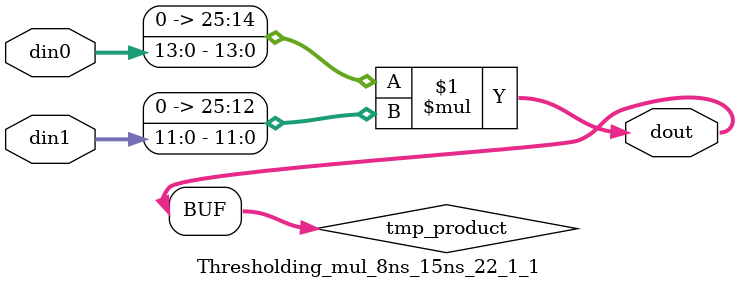
<source format=v>

`timescale 1 ns / 1 ps

  module Thresholding_mul_8ns_15ns_22_1_1(din0, din1, dout);
parameter ID = 1;
parameter NUM_STAGE = 0;
parameter din0_WIDTH = 14;
parameter din1_WIDTH = 12;
parameter dout_WIDTH = 26;

input [din0_WIDTH - 1 : 0] din0; 
input [din1_WIDTH - 1 : 0] din1; 
output [dout_WIDTH - 1 : 0] dout;

wire signed [dout_WIDTH - 1 : 0] tmp_product;










assign tmp_product = $signed({1'b0, din0}) * $signed({1'b0, din1});











assign dout = tmp_product;







endmodule

</source>
